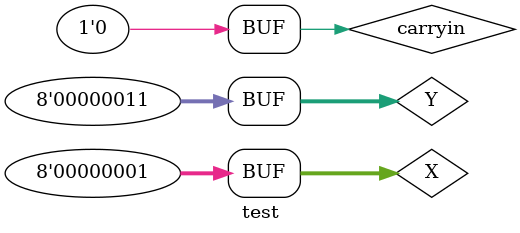
<source format=v>
module addern(carryin,X,Y,S,carryout);

input carryin;
input [7:0]X,Y;
output reg [7:0]S;
output reg carryout;
reg [8:0]C;
integer K;

always @(X,Y,carryin)
begin
	C[0]=carryin;
	for(K=0;K<8;K=K+1)
	begin
		S[K]=X[K]^Y[K]^C[K];
		C[K+1]=(X[K]&Y[K])|(X[K]&C[K])|(Y[K]&C[K]);
	end
	carryout=C[7];
end

endmodule

module test;

reg carryin;
reg [7:0]X,Y;
wire [7:0]S;
wire carryout;
addern ADD1(carryin,X,Y,S,carryout);
initial 
begin
	X=8'b00000001;
	Y=8'b00000011;
	carryin=0;
	$monitor("%x",S);
end
endmodule

</source>
